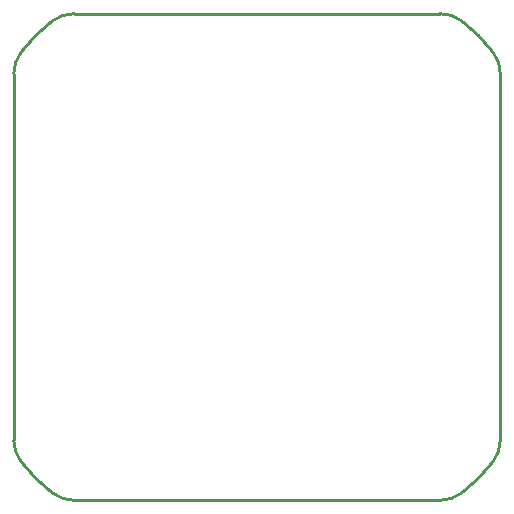
<source format=gm1>
G04*
G04 #@! TF.GenerationSoftware,Altium Limited,Altium Designer,22.0.2 (36)*
G04*
G04 Layer_Color=16711935*
%FSLAX25Y25*%
%MOIN*%
G70*
G04*
G04 #@! TF.SameCoordinates,B24A499B-10B0-4348-9313-877DE5855C24*
G04*
G04*
G04 #@! TF.FilePolarity,Positive*
G04*
G01*
G75*
%ADD10C,0.01000*%
D10*
X-80891Y-60949D02*
G03*
X-78499Y-68075I11811J0D01*
G01*
X-78499Y-68074D02*
G03*
X-67960Y-78613I43278J32739D01*
G01*
X-67960Y-78613D02*
G03*
X-60835Y-81005I7126J9419D01*
G01*
X61258Y-81005D02*
G03*
X68384Y-78613I0J11811D01*
G01*
X68384Y-78613D02*
G03*
X78922Y-68075I-32739J43278D01*
G01*
X78922Y-68075D02*
G03*
X81314Y-60949I-9419J7126D01*
G01*
X81314Y61144D02*
G03*
X78922Y68270I-11811J0D01*
G01*
X78922Y68270D02*
G03*
X68384Y78808I-43278J-32739D01*
G01*
X68384Y78808D02*
G03*
X61258Y81200I-7126J-9419D01*
G01*
X-60835Y81200D02*
G03*
X-67960Y78808I0J-11811D01*
G01*
X-67960Y78808D02*
G03*
X-78499Y68270I32739J-43278D01*
G01*
X-78499Y68270D02*
G03*
X-80891Y61144I9419J-7126D01*
G01*
X-60835Y81200D02*
X61258D01*
X81314Y-60949D02*
Y61144D01*
X-60835Y-81005D02*
X61258D01*
X-80891Y-60949D02*
Y61144D01*
M02*

</source>
